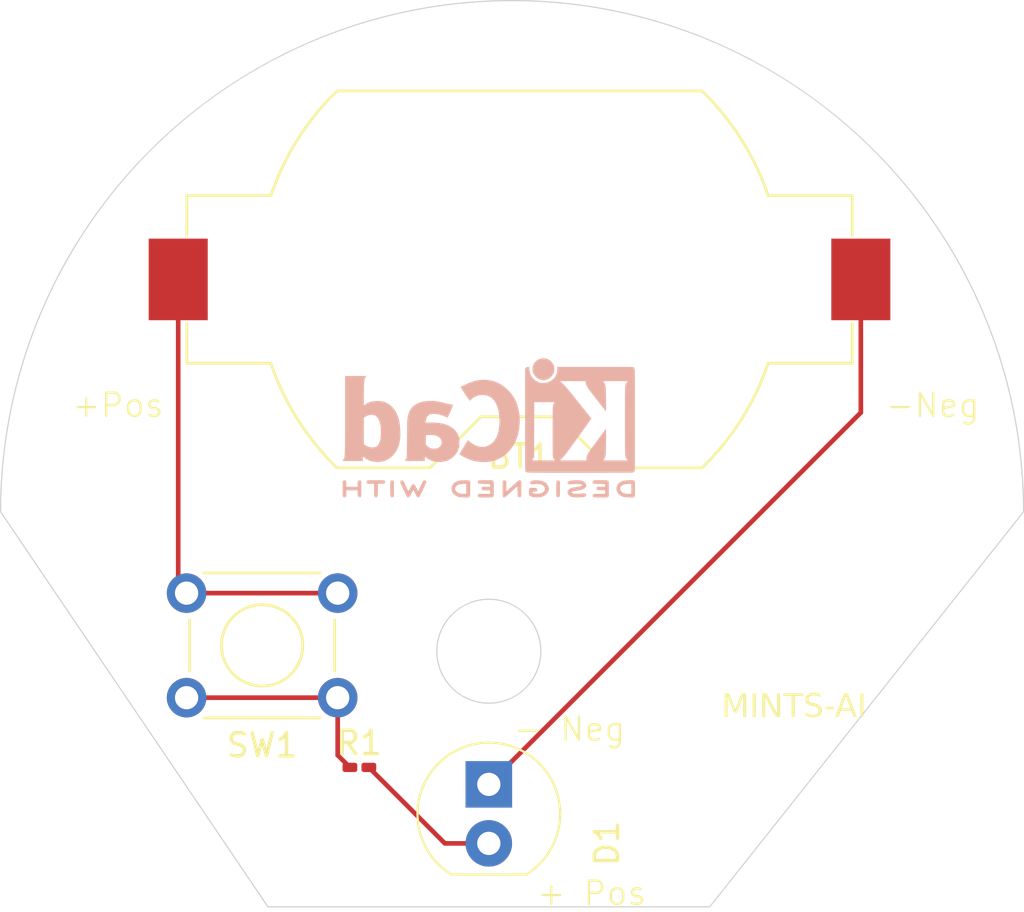
<source format=kicad_pcb>
(kicad_pcb (version 20241229) (generator "pcbnew") (generator_version "9.0")
  (layers (0 "F.Cu" signal) (2 "B.Cu" signal) (13 "F.Paste" user) (15 "B.Paste" user) (5 "F.SilkS" user "F.Silkscreen") (7 "B.SilkS" user "B.Silkscreen") (1 "F.Mask" user) (3 "B.Mask" user) (25 "Edge.Cuts" user))
  (net 0 "")
  (net 1 "/Battery Positive")
  (net 2 "/Battery Negative")
  (net 3 "Net-(SW1A-A)")
  (net 4 "Net-(D1-A)")
  (footprint "Resistor_SMD:R_0201_0603Metric_Pad0.64x0.40mm_HandSolder" (layer "F.Cu") (at 128.4325 94)
    (property "Reference" "R1" (at 0 -1.05 0) (layer "F.SilkS"))
    (property "Value" "200")
    (pad "1" smd roundrect (at -0.4075 0) (size 0.635 0.4) (layers "F.Cu" "F.Mask") (net 3 "Net-(SW1A-A)"))
    (pad "2" smd roundrect (at 0.4075 0) (size 0.635 0.4) (layers "F.Cu" "F.Mask") (net 4 "Net-(D1-A)"))
  )
  (footprint "digikey-footprints:LED_5mm_Radial" (layer "F.Cu") (at 134 97.27 -90)
    (property "Reference" "D1" (at 0 -5.08 90) (layer "F.SilkS"))
    (property "Value" "LED")
    (pad "1" thru_hole rect (at -2.54 0 270) (size 2 2) (drill 1) (layers "*.Cu" "*.Mask") (net 2 "/Battery Negative"))
    (pad "2" thru_hole circle (at 0 0 270) (size 2 2) (drill 1) (layers "*.Cu" "*.Mask") (net 4 "Net-(D1-A)"))
  )
  (footprint "Battery:BatteryHolder_Keystone_1058_1x2032" (layer "F.Cu") (at 135.32 73)
    (property "Reference" "BT1" (at 0 7.62 0) (layer "F.SilkS"))
    (property "Value" "Battery_Cell")
    (pad "1" smd rect (at -14.68 0) (size 2.54 3.51) (layers "F.Cu" "F.Mask" "F.Paste") (net 1 "/Battery Positive"))
    (pad "2" smd rect (at 14.68 0) (size 2.54 3.51) (layers "F.Cu" "F.Mask" "F.Paste") (net 2 "/Battery Negative"))
  )
  (footprint "Button_Switch_THT:SW_TH_Tactile_Omron_B3F-100x" (layer "F.Cu") (at 127.5 91 180)
    (property "Reference" "SW1" (at 3.25 -2.05 0) (layer "F.SilkS"))
    (property "Value" "SW_DPST_x2")
    (pad "1" thru_hole circle (at 0 0 180) (size 1.7 1.7) (drill 1) (layers "*.Cu" "*.Mask") (net 3 "Net-(SW1A-A)"))
    (pad "1" thru_hole circle (at 6.5 0 180) (size 1.7 1.7) (drill 1) (layers "*.Cu" "*.Mask") (net 3 "Net-(SW1A-A)"))
    (pad "2" thru_hole circle (at 0 4.5 180) (size 1.7 1.7) (drill 1) (layers "*.Cu" "*.Mask") (net 1 "/Battery Positive"))
    (pad "2" thru_hole circle (at 6.5 4.5 180) (size 1.7 1.7) (drill 1) (layers "*.Cu" "*.Mask") (net 1 "/Battery Positive"))
  )
  (footprint "Symbol:KiCad-Logo2_5mm_SilkScreen" (layer "B.Cu") (at 134.005617 79.375 180)
    (property "Reference" "REF**" (hide yes))
    (property "Value" "KiCad-Logo2_5mm_SilkScreen" (hide yes))
  )
  (gr_line (start 124.5 100) (end 143.5 100) (stroke (width 0.05)) (layer "Edge.Cuts"))
  (gr_line (start 113 83) (end 124.5 100) (stroke (width 0.05)) (layer "Edge.Cuts"))
  (gr_arc (start 113 83) (mid 135 61) (end 157 83) (stroke (width 0.05)) (layer "Edge.Cuts"))
  (gr_line (start 143.5 100) (end 157 83) (stroke (width 0.05)) (layer "Edge.Cuts"))
  (gr_circle (center 134 89) (end 135 87) (stroke (width 0.05)) (fill no) (layer "Edge.Cuts"))
  (gr_text "+Pos" (at 116 79 0) (layer "F.SilkS") (effects (font (size 1 1) (thickness 0.1)) (justify left bottom)))
  (gr_text "-Neg" (at 151 79 0) (layer "F.SilkS") (effects (font (size 1 1) (thickness 0.1)) (justify left bottom)))
  (gr_text "+ Pos" (at 136 100 0) (layer "F.SilkS") (effects (font (size 1 1) (thickness 0.1)) (justify left bottom)))
  (gr_text "- Neg" (at 135 92.933374 0) (layer "F.SilkS") (effects (font (size 1 1) (thickness 0.1)) (justify left bottom)))
  (gr_text "MINTS-AI" (at 144 92 0) (layer "F.SilkS") (effects (font (size 1 1) (thickness 0.1)) (justify left bottom)))
  (segment (start 120.64 86.14) (end 121 86.5) (width 0.2) (layer "F.Cu") (net 1))
  (segment (start 120.64 73) (end 120.64 86.14) (width 0.2) (layer "F.Cu") (net 1))
  (segment (start 121 86.5) (end 127.5 86.5) (width 0.2) (layer "F.Cu") (net 1))
  (segment (start 150 73) (end 150 78.73) (width 0.2) (layer "F.Cu") (net 2))
  (segment (start 134 94.73) (end 134 94.346) (width 0.2) (layer "F.Cu") (net 2))
  (segment (start 150 78.73) (end 134 94.73) (width 0.2) (layer "F.Cu") (net 2))
  (segment (start 121 91) (end 127.5 91) (width 0.2) (layer "F.Cu") (net 3))
  (segment (start 127.5 93.475) (end 128.025 94) (width 0.2) (layer "F.Cu") (net 3))
  (segment (start 127.5 91) (end 127.5 93.475) (width 0.2) (layer "F.Cu") (net 3))
  (segment (start 128.84 94) (end 132.11 97.27) (width 0.2) (layer "F.Cu") (net 4))
  (segment (start 132.11 97.27) (end 134 97.27) (width 0.2) (layer "F.Cu") (net 4))
)
</source>
